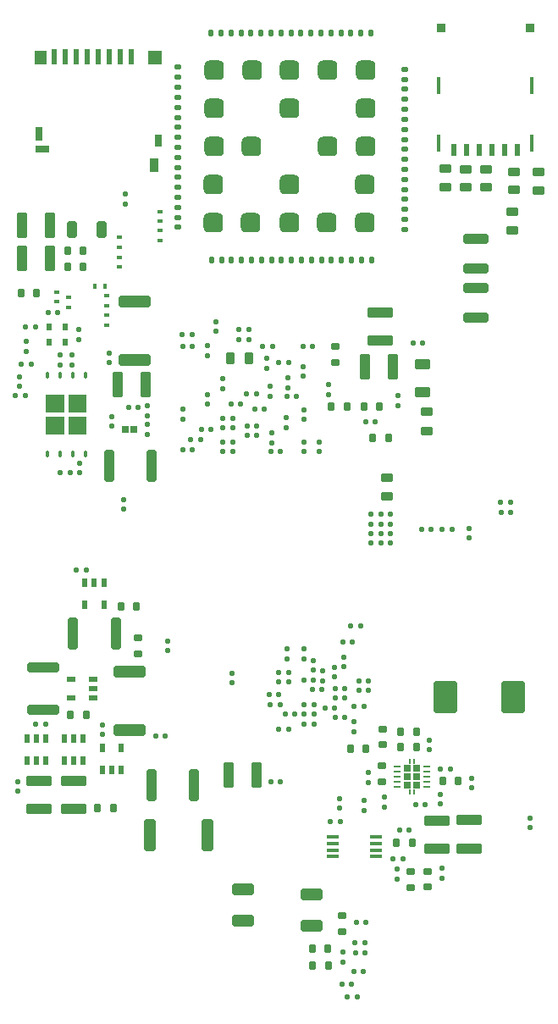
<source format=gbr>
G04 #@! TF.GenerationSoftware,KiCad,Pcbnew,7.0.1*
G04 #@! TF.CreationDate,2024-07-28T16:45:09-07:00*
G04 #@! TF.ProjectId,DFTBoard,44465442-6f61-4726-942e-6b696361645f,rev?*
G04 #@! TF.SameCoordinates,Original*
G04 #@! TF.FileFunction,Paste,Bot*
G04 #@! TF.FilePolarity,Positive*
%FSLAX46Y46*%
G04 Gerber Fmt 4.6, Leading zero omitted, Abs format (unit mm)*
G04 Created by KiCad (PCBNEW 7.0.1) date 2024-07-28 16:45:09*
%MOMM*%
%LPD*%
G01*
G04 APERTURE LIST*
G04 Aperture macros list*
%AMRoundRect*
0 Rectangle with rounded corners*
0 $1 Rounding radius*
0 $2 $3 $4 $5 $6 $7 $8 $9 X,Y pos of 4 corners*
0 Add a 4 corners polygon primitive as box body*
4,1,4,$2,$3,$4,$5,$6,$7,$8,$9,$2,$3,0*
0 Add four circle primitives for the rounded corners*
1,1,$1+$1,$2,$3*
1,1,$1+$1,$4,$5*
1,1,$1+$1,$6,$7*
1,1,$1+$1,$8,$9*
0 Add four rect primitives between the rounded corners*
20,1,$1+$1,$2,$3,$4,$5,0*
20,1,$1+$1,$4,$5,$6,$7,0*
20,1,$1+$1,$6,$7,$8,$9,0*
20,1,$1+$1,$8,$9,$2,$3,0*%
G04 Aperture macros list end*
%ADD10R,0.497600X0.697600*%
%ADD11RoundRect,0.071300X0.172500X-0.147500X0.172500X0.147500X-0.172500X0.147500X-0.172500X-0.147500X0*%
%ADD12RoundRect,0.071300X-0.147500X-0.172500X0.147500X-0.172500X0.147500X0.172500X-0.147500X0.172500X0*%
%ADD13RoundRect,0.071300X0.147500X0.172500X-0.147500X0.172500X-0.147500X-0.172500X0.147500X-0.172500X0*%
%ADD14RoundRect,0.071300X-0.172500X0.147500X-0.172500X-0.147500X0.172500X-0.147500X0.172500X0.147500X0*%
%ADD15RoundRect,0.142550X0.256250X-0.218750X0.256250X0.218750X-0.256250X0.218750X-0.256250X-0.218750X0*%
%ADD16RoundRect,0.173800X1.075000X-0.375000X1.075000X0.375000X-1.075000X0.375000X-1.075000X-0.375000X0*%
%ADD17RoundRect,0.173800X0.625000X-0.375000X0.625000X0.375000X-0.625000X0.375000X-0.625000X-0.375000X0*%
%ADD18RoundRect,0.173800X-1.075000X0.375000X-1.075000X-0.375000X1.075000X-0.375000X1.075000X0.375000X0*%
%ADD19RoundRect,0.173800X-0.312500X-1.450000X0.312500X-1.450000X0.312500X1.450000X-0.312500X1.450000X0*%
%ADD20R,0.497600X0.907600*%
%ADD21R,1.267600X0.317600*%
%ADD22RoundRect,0.173800X-0.375000X-1.075000X0.375000X-1.075000X0.375000X1.075000X-0.375000X1.075000X0*%
%ADD23RoundRect,0.142550X0.218750X0.256250X-0.218750X0.256250X-0.218750X-0.256250X0.218750X-0.256250X0*%
%ADD24RoundRect,0.167550X0.243750X0.456250X-0.243750X0.456250X-0.243750X-0.456250X0.243750X-0.456250X0*%
%ADD25R,0.640000X0.640000*%
%ADD26R,0.697600X0.127600*%
%ADD27R,0.127600X0.547600*%
%ADD28RoundRect,0.142550X-0.218750X-0.256250X0.218750X-0.256250X0.218750X0.256250X-0.218750X0.256250X0*%
%ADD29RoundRect,0.173800X-0.925000X0.412500X-0.925000X-0.412500X0.925000X-0.412500X0.925000X0.412500X0*%
%ADD30RoundRect,0.173800X0.375000X1.075000X-0.375000X1.075000X-0.375000X-1.075000X0.375000X-1.075000X0*%
%ADD31RoundRect,0.173800X0.312500X1.450000X-0.312500X1.450000X-0.312500X-1.450000X0.312500X-1.450000X0*%
%ADD32R,0.650000X0.750000*%
%ADD33R,0.097600X0.347600*%
%ADD34RoundRect,0.167550X0.456250X-0.243750X0.456250X0.243750X-0.456250X0.243750X-0.456250X-0.243750X0*%
%ADD35R,0.547600X1.597600*%
%ADD36R,1.147600X1.347600*%
%ADD37R,1.347600X1.347600*%
%ADD38R,0.647600X1.247600*%
%ADD39R,0.847600X1.397600*%
%ADD40R,1.347600X0.647600*%
%ADD41R,0.647600X1.347600*%
%ADD42RoundRect,0.173800X0.925000X-0.412500X0.925000X0.412500X-0.925000X0.412500X-0.925000X-0.412500X0*%
%ADD43RoundRect,0.167550X-0.456250X0.243750X-0.456250X-0.243750X0.456250X-0.243750X0.456250X0.243750X0*%
%ADD44RoundRect,0.173800X-1.425000X0.425000X-1.425000X-0.425000X1.425000X-0.425000X1.425000X0.425000X0*%
%ADD45RoundRect,0.173800X0.425000X1.425000X-0.425000X1.425000X-0.425000X-1.425000X0.425000X-1.425000X0*%
%ADD46RoundRect,0.173800X1.425000X-0.425000X1.425000X0.425000X-1.425000X0.425000X-1.425000X-0.425000X0*%
%ADD47RoundRect,0.173800X-1.450000X0.312500X-1.450000X-0.312500X1.450000X-0.312500X1.450000X0.312500X0*%
%ADD48R,0.907600X0.497600*%
%ADD49RoundRect,0.148800X0.000000X0.250000X0.000000X-0.250000X0.000000X-0.250000X0.000000X0.250000X0*%
%ADD50RoundRect,0.058800X-0.185000X0.135000X-0.185000X-0.135000X0.185000X-0.135000X0.185000X0.135000X0*%
%ADD51RoundRect,0.173800X1.100000X-0.325000X1.100000X0.325000X-1.100000X0.325000X-1.100000X-0.325000X0*%
%ADD52RoundRect,0.148800X0.225000X0.250000X-0.225000X0.250000X-0.225000X-0.250000X0.225000X-0.250000X0*%
%ADD53RoundRect,0.148800X-0.225000X-0.250000X0.225000X-0.250000X0.225000X0.250000X-0.225000X0.250000X0*%
%ADD54RoundRect,0.058800X0.185000X-0.135000X0.185000X0.135000X-0.185000X0.135000X-0.185000X-0.135000X0*%
%ADD55RoundRect,0.063800X-0.170000X0.140000X-0.170000X-0.140000X0.170000X-0.140000X0.170000X0.140000X0*%
%ADD56RoundRect,0.173800X-1.100000X0.325000X-1.100000X-0.325000X1.100000X-0.325000X1.100000X0.325000X0*%
%ADD57RoundRect,0.173800X0.450000X-0.262500X0.450000X0.262500X-0.450000X0.262500X-0.450000X-0.262500X0*%
%ADD58RoundRect,0.058800X0.135000X0.185000X-0.135000X0.185000X-0.135000X-0.185000X0.135000X-0.185000X0*%
%ADD59RoundRect,0.063800X0.170000X-0.140000X0.170000X0.140000X-0.170000X0.140000X-0.170000X-0.140000X0*%
%ADD60RoundRect,0.173800X-0.325000X-0.650000X0.325000X-0.650000X0.325000X0.650000X-0.325000X0.650000X0*%
%ADD61RoundRect,0.073800X-0.150000X0.250000X-0.150000X-0.250000X0.150000X-0.250000X0.150000X0.250000X0*%
%ADD62RoundRect,0.073800X0.250000X0.150000X-0.250000X0.150000X-0.250000X-0.150000X0.250000X-0.150000X0*%
%ADD63RoundRect,0.073800X0.150000X-0.250000X0.150000X0.250000X-0.150000X0.250000X-0.150000X-0.250000X0*%
%ADD64RoundRect,0.073800X-0.250000X-0.150000X0.250000X-0.150000X0.250000X0.150000X-0.250000X0.150000X0*%
%ADD65RoundRect,0.448800X-0.525000X0.525000X-0.525000X-0.525000X0.525000X-0.525000X0.525000X0.525000X0*%
%ADD66RoundRect,0.173800X1.000000X-1.400000X1.000000X1.400000X-1.000000X1.400000X-1.000000X-1.400000X0*%
%ADD67R,0.330200X1.651000*%
%ADD68R,0.877600X0.838200*%
%ADD69R,0.508000X1.143000*%
%ADD70RoundRect,0.173800X-0.450000X0.262500X-0.450000X-0.262500X0.450000X-0.262500X0.450000X0.262500X0*%
G04 APERTURE END LIST*
G36*
X107884554Y-102557810D02*
G01*
X106057720Y-102557810D01*
X106057720Y-100805976D01*
X107884554Y-100805976D01*
X107884554Y-102557810D01*
G37*
G36*
X105642277Y-102557810D02*
G01*
X103815443Y-102557810D01*
X103815443Y-100805976D01*
X105642277Y-100805976D01*
X105642277Y-102557810D01*
G37*
G36*
X107884554Y-104725087D02*
G01*
X106057720Y-104725087D01*
X106057720Y-102973253D01*
X107884554Y-102973253D01*
X107884554Y-104725087D01*
G37*
G36*
X105642277Y-104725087D02*
G01*
X103815443Y-104725087D01*
X103815443Y-102973253D01*
X105642277Y-102973253D01*
X105642277Y-104725087D01*
G37*
D10*
X105775000Y-95540533D03*
X104125000Y-95540533D03*
X104125000Y-93990533D03*
X105775000Y-93990533D03*
D11*
X111580000Y-112225000D03*
X111580000Y-111255000D03*
D12*
X130440000Y-130275000D03*
X131410000Y-130275000D03*
X132740000Y-131125000D03*
X133710000Y-131125000D03*
X129640000Y-131775000D03*
X130610000Y-131775000D03*
X134640000Y-131925000D03*
X135610000Y-131925000D03*
X129640000Y-132725000D03*
X130610000Y-132725000D03*
D11*
X132625000Y-129010000D03*
X132625000Y-128040000D03*
D13*
X132660000Y-132075000D03*
X131690000Y-132075000D03*
D12*
X132740000Y-130175000D03*
X133710000Y-130175000D03*
D13*
X133710000Y-133025000D03*
X132740000Y-133025000D03*
D11*
X130525000Y-128310000D03*
X130525000Y-127340000D03*
D12*
X129590000Y-129325000D03*
X130560000Y-129325000D03*
D13*
X128060000Y-128525000D03*
X127090000Y-128525000D03*
D14*
X107200000Y-107630533D03*
X107200000Y-108600533D03*
D12*
X100765000Y-100875000D03*
X101735000Y-100875000D03*
D13*
X119275000Y-105270000D03*
X118305000Y-105270000D03*
D15*
X113055000Y-126652500D03*
X113055000Y-125077500D03*
D16*
X106555000Y-142215000D03*
X106555000Y-139415000D03*
D17*
X141430000Y-100540000D03*
X141430000Y-97740000D03*
D18*
X146130000Y-143315000D03*
X146130000Y-146115000D03*
D19*
X106517500Y-124690000D03*
X110792500Y-124690000D03*
D12*
X106870000Y-118290000D03*
X107840000Y-118290000D03*
D11*
X117525000Y-103210000D03*
X117525000Y-102240000D03*
D13*
X140140000Y-144265000D03*
X139170000Y-144265000D03*
X128060000Y-134225000D03*
X127090000Y-134225000D03*
D12*
X101765000Y-93965533D03*
X102735000Y-93965533D03*
D20*
X107530000Y-137315000D03*
X106580000Y-137315000D03*
X105630000Y-137315000D03*
X105630000Y-135115000D03*
X106580000Y-135115000D03*
X107530000Y-135115000D03*
D14*
X124075000Y-94290000D03*
X124075000Y-95260000D03*
D12*
X140495000Y-95640000D03*
X141465000Y-95640000D03*
D11*
X135627076Y-142322836D03*
X135627076Y-141352836D03*
D12*
X132244576Y-143462836D03*
X133214576Y-143462836D03*
D11*
X127925000Y-127160000D03*
X127925000Y-126190000D03*
X115975000Y-126360000D03*
X115975000Y-125390000D03*
D14*
X122475000Y-105490000D03*
X122475000Y-106460000D03*
D13*
X120325000Y-104280000D03*
X119355000Y-104280000D03*
D11*
X152225000Y-144060000D03*
X152225000Y-143090000D03*
D21*
X136807500Y-144990000D03*
X136807500Y-145640000D03*
X136807500Y-146290000D03*
X136807500Y-146940000D03*
X132477500Y-146940000D03*
X132477500Y-146290000D03*
X132477500Y-145640000D03*
X132477500Y-144990000D03*
D14*
X122375000Y-128590000D03*
X122375000Y-129560000D03*
X132060000Y-99785000D03*
X132060000Y-100755000D03*
X129575000Y-102290000D03*
X129575000Y-103260000D03*
D22*
X135680000Y-97940000D03*
X138480000Y-97940000D03*
D13*
X118420000Y-94800000D03*
X117450000Y-94800000D03*
D23*
X135819413Y-136174413D03*
X134244413Y-136174413D03*
D16*
X103080000Y-142165000D03*
X103080000Y-139365000D03*
D11*
X101850000Y-96450533D03*
X101850000Y-95480533D03*
D24*
X124112500Y-97175000D03*
X122237500Y-97175000D03*
D14*
X119975000Y-100740000D03*
X119975000Y-101710000D03*
D12*
X125490000Y-95975000D03*
X126460000Y-95975000D03*
D14*
X123075000Y-94290000D03*
X123075000Y-95260000D03*
D13*
X130460000Y-95975000D03*
X129490000Y-95975000D03*
D14*
X111790000Y-80735000D03*
X111790000Y-81705000D03*
D13*
X118460000Y-95975000D03*
X117490000Y-95975000D03*
D14*
X120775000Y-93490000D03*
X120775000Y-94460000D03*
X119975000Y-95890000D03*
X119975000Y-96860000D03*
D12*
X127090000Y-97575000D03*
X128060000Y-97575000D03*
D13*
X122460000Y-103125000D03*
X121490000Y-103125000D03*
X123260000Y-101675000D03*
X122290000Y-101675000D03*
D11*
X127850000Y-104060000D03*
X127850000Y-103090000D03*
D14*
X126225000Y-99940000D03*
X126225000Y-100910000D03*
D13*
X128860000Y-100975000D03*
X127890000Y-100975000D03*
X118435000Y-106275000D03*
X117465000Y-106275000D03*
X127260000Y-106475000D03*
X126290000Y-106475000D03*
D11*
X137645000Y-141966250D03*
X137645000Y-140996250D03*
D14*
X133575000Y-126990000D03*
X133575000Y-127960000D03*
D13*
X125660000Y-102225000D03*
X124690000Y-102225000D03*
D25*
X139925000Y-138111250D03*
X139925000Y-138971250D03*
X139925000Y-139831250D03*
X140885000Y-138111250D03*
X140885000Y-138971250D03*
X140885000Y-139831250D03*
D26*
X138930000Y-139971250D03*
X138930000Y-139471250D03*
X138930000Y-138971250D03*
X138930000Y-138471250D03*
X138930000Y-137971250D03*
X141880000Y-137971250D03*
X141880000Y-138471250D03*
X141880000Y-138971250D03*
X141880000Y-139471250D03*
X141880000Y-139971250D03*
D27*
X140155000Y-137421250D03*
X140155000Y-140521250D03*
X140655000Y-137421250D03*
X140655000Y-140521250D03*
D14*
X146345000Y-139096250D03*
X146345000Y-140066250D03*
D11*
X143245000Y-141666250D03*
X143245000Y-140696250D03*
D28*
X143457500Y-139381250D03*
X145032500Y-139381250D03*
D11*
X142105000Y-136256250D03*
X142105000Y-135286250D03*
D28*
X139257500Y-134481250D03*
X140832500Y-134481250D03*
X139257500Y-135981250D03*
X140832500Y-135981250D03*
D12*
X140760000Y-141781250D03*
X141730000Y-141781250D03*
D15*
X137445000Y-135768750D03*
X137445000Y-134193750D03*
X137375000Y-139462500D03*
X137375000Y-137887500D03*
D12*
X133490000Y-125475000D03*
X134460000Y-125475000D03*
D13*
X135260000Y-123875000D03*
X134290000Y-123875000D03*
D11*
X138220000Y-113705000D03*
X138220000Y-112735000D03*
X138220000Y-115605000D03*
X138220000Y-114635000D03*
X136320000Y-113705000D03*
X136320000Y-112735000D03*
X136320000Y-115605000D03*
X136320000Y-114635000D03*
X137280000Y-113705000D03*
X137280000Y-112735000D03*
X137280000Y-115595000D03*
X137280000Y-114625000D03*
D13*
X122460000Y-104075000D03*
X121490000Y-104075000D03*
D11*
X121475000Y-106460000D03*
X121475000Y-105490000D03*
D15*
X142000000Y-150000000D03*
X142000000Y-148425000D03*
D13*
X135710000Y-156550000D03*
X134740000Y-156550000D03*
D12*
X134865000Y-153525000D03*
X135835000Y-153525000D03*
D11*
X138950000Y-149192500D03*
X138950000Y-148222500D03*
D12*
X134715000Y-155550000D03*
X135685000Y-155550000D03*
D14*
X133500000Y-156490000D03*
X133500000Y-157460000D03*
D12*
X134605000Y-158400000D03*
X135575000Y-158400000D03*
D28*
X130462500Y-157800000D03*
X132037500Y-157800000D03*
D14*
X139000000Y-100865000D03*
X139000000Y-101835000D03*
X133200000Y-141165000D03*
X133200000Y-142135000D03*
D11*
X136080000Y-139515000D03*
X136080000Y-138545000D03*
X143425000Y-149097500D03*
X143425000Y-148127500D03*
D12*
X133940000Y-161000000D03*
X134910000Y-161000000D03*
D15*
X133400000Y-154412500D03*
X133400000Y-152837500D03*
D23*
X132025000Y-156175000D03*
X130450000Y-156175000D03*
D15*
X140300000Y-150050000D03*
X140300000Y-148475000D03*
D29*
X123475000Y-150250000D03*
X123475000Y-153325000D03*
D14*
X110430000Y-102955000D03*
X110430000Y-103925000D03*
D13*
X128060000Y-129475000D03*
X127090000Y-129475000D03*
X127110000Y-130775000D03*
X126140000Y-130775000D03*
D12*
X135090000Y-129375000D03*
X136060000Y-129375000D03*
D22*
X122055000Y-138765000D03*
X124855000Y-138765000D03*
D30*
X104250000Y-83875000D03*
X101450000Y-83875000D03*
D28*
X135587500Y-101975000D03*
X137162500Y-101975000D03*
D11*
X125925000Y-98135000D03*
X125925000Y-97165000D03*
D20*
X101930000Y-135115000D03*
X102880000Y-135115000D03*
X103830000Y-135115000D03*
X103830000Y-137315000D03*
X102880000Y-137315000D03*
X101930000Y-137315000D03*
D31*
X118617500Y-139815000D03*
X114342500Y-139815000D03*
D23*
X110567500Y-142065000D03*
X108992500Y-142065000D03*
D20*
X111330000Y-138265000D03*
X110380000Y-138265000D03*
X109430000Y-138265000D03*
X109430000Y-136065000D03*
X111330000Y-136065000D03*
D13*
X103765000Y-133715000D03*
X102795000Y-133715000D03*
D11*
X101000000Y-140410000D03*
X101000000Y-139440000D03*
D32*
X112555000Y-104265000D03*
X111755000Y-104265000D03*
D33*
X111405000Y-103315000D03*
X111905000Y-103315000D03*
X112405000Y-103315000D03*
X112905000Y-103315000D03*
X112905000Y-105215000D03*
X112405000Y-105215000D03*
X111905000Y-105215000D03*
X111405000Y-105215000D03*
D13*
X113015000Y-102046250D03*
X112045000Y-102046250D03*
D11*
X113955000Y-102850000D03*
X113955000Y-101880000D03*
D14*
X113955000Y-103780000D03*
X113955000Y-104750000D03*
D30*
X104250000Y-87175000D03*
X101450000Y-87175000D03*
D12*
X126282924Y-139492164D03*
X127252924Y-139492164D03*
D13*
X139485000Y-147150000D03*
X138515000Y-147150000D03*
D11*
X105250000Y-97800533D03*
X105250000Y-96830533D03*
X107050000Y-95250533D03*
X107050000Y-94280533D03*
X106450000Y-97800533D03*
X106450000Y-96830533D03*
D13*
X104985000Y-92550000D03*
X104015000Y-92550000D03*
D28*
X136462500Y-105125000D03*
X138037500Y-105125000D03*
D34*
X137880000Y-110908750D03*
X137880000Y-109033750D03*
D12*
X135790000Y-103500000D03*
X136760000Y-103500000D03*
D20*
X107705000Y-119590000D03*
X108655000Y-119590000D03*
X109605000Y-119590000D03*
X109605000Y-121790000D03*
X107705000Y-121790000D03*
D28*
X111312500Y-121900000D03*
X112887500Y-121900000D03*
D14*
X146123750Y-114155000D03*
X146123750Y-115125000D03*
D12*
X133415000Y-159700000D03*
X134385000Y-159700000D03*
D14*
X131175000Y-105490000D03*
X131175000Y-106460000D03*
D11*
X121460000Y-100145000D03*
X121460000Y-99175000D03*
D13*
X144230000Y-138181250D03*
X143260000Y-138181250D03*
D35*
X112300000Y-66990000D03*
X111200000Y-66990000D03*
X110100000Y-66990000D03*
X109000000Y-66990000D03*
X107900000Y-66990000D03*
D36*
X103300000Y-67115000D03*
D35*
X106800000Y-66990000D03*
D37*
X114750000Y-67115000D03*
D38*
X115075000Y-75365000D03*
D35*
X105700000Y-66990000D03*
X104600000Y-66990000D03*
D39*
X114600000Y-77790000D03*
D40*
X103450000Y-76215000D03*
D41*
X103125000Y-74715000D03*
D42*
X130350000Y-153837500D03*
X130350000Y-150762500D03*
D43*
X141880000Y-102502500D03*
X141880000Y-104377500D03*
D28*
X138855000Y-145565000D03*
X140430000Y-145565000D03*
D19*
X110117500Y-107865000D03*
X114392500Y-107865000D03*
D13*
X127210000Y-131725000D03*
X126240000Y-131725000D03*
D14*
X129575000Y-105490000D03*
X129575000Y-106460000D03*
X123925000Y-103890000D03*
X123925000Y-104860000D03*
D13*
X124860000Y-100725000D03*
X123890000Y-100725000D03*
D11*
X129500000Y-98935000D03*
X129500000Y-97965000D03*
D15*
X132775000Y-97562500D03*
X132775000Y-95987500D03*
D16*
X137205000Y-95340000D03*
X137205000Y-92540000D03*
D28*
X132337500Y-101975000D03*
X133912500Y-101975000D03*
D12*
X135090000Y-130325000D03*
X136060000Y-130325000D03*
D11*
X131475000Y-129360000D03*
X131475000Y-128390000D03*
D18*
X142880000Y-143365000D03*
X142880000Y-146165000D03*
D11*
X127975000Y-100060000D03*
X127975000Y-99090000D03*
X124875000Y-104860000D03*
X124875000Y-103890000D03*
D14*
X126375000Y-104590000D03*
X126375000Y-105560000D03*
D12*
X105265000Y-108565533D03*
X106235000Y-108565533D03*
X129640000Y-133675000D03*
X130610000Y-133675000D03*
D14*
X134625000Y-133490000D03*
X134625000Y-134460000D03*
D11*
X129575000Y-127160000D03*
X129575000Y-126190000D03*
D13*
X128710000Y-132725000D03*
X127740000Y-132725000D03*
D12*
X141346250Y-114215000D03*
X142316250Y-114215000D03*
X143446250Y-114215000D03*
X144416250Y-114215000D03*
D13*
X150275000Y-112570000D03*
X149305000Y-112570000D03*
D44*
X112700000Y-91475000D03*
X112700000Y-97275000D03*
D45*
X119980000Y-144765000D03*
X114180000Y-144765000D03*
D30*
X113780000Y-99796250D03*
X110980000Y-99796250D03*
D46*
X112155000Y-134265000D03*
X112155000Y-128465000D03*
D11*
X109455000Y-134750000D03*
X109455000Y-133780000D03*
D47*
X103555000Y-128027500D03*
X103555000Y-132302500D03*
D48*
X108555000Y-129215000D03*
X108555000Y-130165000D03*
X108555000Y-131115000D03*
X106355000Y-131115000D03*
X106355000Y-129215000D03*
D28*
X106267500Y-132765000D03*
X107842500Y-132765000D03*
D14*
X110125000Y-96590000D03*
X110125000Y-97560000D03*
D12*
X114790000Y-134875000D03*
X115760000Y-134875000D03*
D13*
X150245000Y-111500000D03*
X149275000Y-111500000D03*
D12*
X101365000Y-97765533D03*
X102335000Y-97765533D03*
D49*
X103945000Y-98865533D03*
X105215000Y-98865533D03*
X106485000Y-98865533D03*
X107755000Y-98865533D03*
X107755000Y-106665533D03*
X106485000Y-106665533D03*
X105215000Y-106665533D03*
X103945000Y-106665533D03*
D14*
X101150000Y-98990000D03*
X101150000Y-99960000D03*
D50*
X109900000Y-92815000D03*
X109900000Y-93835000D03*
D51*
X146760000Y-93030000D03*
X146760000Y-90080000D03*
D52*
X102900000Y-90650000D03*
X101350000Y-90650000D03*
D53*
X105975000Y-86350000D03*
X107525000Y-86350000D03*
D54*
X106075000Y-92060000D03*
X106075000Y-91040000D03*
D55*
X104875000Y-90500000D03*
X104875000Y-91460000D03*
D56*
X146770000Y-85210000D03*
X146770000Y-88160000D03*
D57*
X145800000Y-80050000D03*
X145800000Y-78225000D03*
D58*
X109710000Y-89900000D03*
X108690000Y-89900000D03*
D57*
X150570000Y-80302500D03*
X150570000Y-78477500D03*
D59*
X115252000Y-85341372D03*
X115252000Y-84381372D03*
D53*
X105975000Y-88000000D03*
X107525000Y-88000000D03*
D60*
X106400000Y-84225000D03*
X109350000Y-84225000D03*
D61*
X120310000Y-64650000D03*
X121310000Y-64650000D03*
X122310000Y-64650000D03*
X123310000Y-64650000D03*
X124310000Y-64650000D03*
X125310000Y-64650000D03*
X126310000Y-64650000D03*
X127310000Y-64650000D03*
X128310000Y-64650000D03*
X129310000Y-64650000D03*
X130310000Y-64650000D03*
X131310000Y-64650000D03*
X132310000Y-64650000D03*
X133310000Y-64650000D03*
X134310000Y-64650000D03*
X135310000Y-64650000D03*
X136310000Y-64650000D03*
D62*
X139660000Y-68250000D03*
X139660000Y-69250000D03*
X139660000Y-70250000D03*
X139660000Y-71250000D03*
X139660000Y-72250000D03*
X139660000Y-73250000D03*
X139660000Y-74250000D03*
X139660000Y-75250000D03*
X139660000Y-76250000D03*
X139660000Y-77250000D03*
X139660000Y-78250000D03*
X139660000Y-79250000D03*
X139660000Y-80250000D03*
X139660000Y-81250000D03*
X139660000Y-82250000D03*
X139660000Y-83250000D03*
X139660000Y-84250000D03*
D63*
X136360000Y-87350000D03*
X135360000Y-87350000D03*
X134360000Y-87350000D03*
X133360000Y-87350000D03*
X132360000Y-87350000D03*
X131360000Y-87350000D03*
X130360000Y-87350000D03*
X129360000Y-87350000D03*
X128360000Y-87350000D03*
X127360000Y-87350000D03*
X126360000Y-87350000D03*
X125360000Y-87350000D03*
X124360000Y-87350000D03*
X123360000Y-87350000D03*
X122360000Y-87350000D03*
X121360000Y-87350000D03*
X120360000Y-87350000D03*
D64*
X117010000Y-84050000D03*
X117010000Y-83050000D03*
X117010000Y-82050000D03*
X117010000Y-81050000D03*
X117010000Y-80050000D03*
X117010000Y-79050000D03*
X117010000Y-78050000D03*
X117010000Y-77050000D03*
X117010000Y-76050000D03*
X117010000Y-75050000D03*
X117010000Y-74050000D03*
X117010000Y-73050000D03*
X117010000Y-72050000D03*
X117010000Y-71050000D03*
X117010000Y-70050000D03*
X117010000Y-69050000D03*
X117010000Y-68050000D03*
D65*
X135810000Y-68350000D03*
X132010000Y-68350000D03*
X128210000Y-68350000D03*
X124410000Y-68350000D03*
X120610000Y-68350000D03*
X135760000Y-72150000D03*
X128210000Y-72150000D03*
X120610000Y-72150000D03*
X135760000Y-75950000D03*
X131960000Y-75950000D03*
X124360000Y-75950000D03*
X120610000Y-75950000D03*
X135710000Y-79750000D03*
X128160000Y-79750000D03*
X120560000Y-79750000D03*
X135710000Y-83550000D03*
X131910000Y-83550000D03*
X128160000Y-83550000D03*
X124310000Y-83550000D03*
X120560000Y-83550000D03*
D57*
X153060000Y-80342500D03*
X153060000Y-78517500D03*
D55*
X111150000Y-87070000D03*
X111150000Y-88030000D03*
D50*
X109900000Y-90865000D03*
X109900000Y-91885000D03*
D55*
X115247000Y-82451372D03*
X115247000Y-83411372D03*
X111150000Y-85045000D03*
X111150000Y-86005000D03*
D66*
X150557500Y-130960000D03*
X143757500Y-130960000D03*
D57*
X143750000Y-80025000D03*
X143750000Y-78200000D03*
D67*
X143100036Y-75600000D03*
X152429964Y-75600000D03*
X143100000Y-69850001D03*
X152430000Y-69850001D03*
D68*
X143300000Y-64130000D03*
X152230000Y-64130000D03*
D69*
X149670000Y-76270001D03*
X147130000Y-76270001D03*
X145860000Y-76270001D03*
X150940000Y-76270001D03*
X148400000Y-76270001D03*
X144590000Y-76270001D03*
D70*
X150410000Y-82527500D03*
X150410000Y-84352500D03*
D57*
X147850000Y-80050000D03*
X147850000Y-78225000D03*
M02*

</source>
